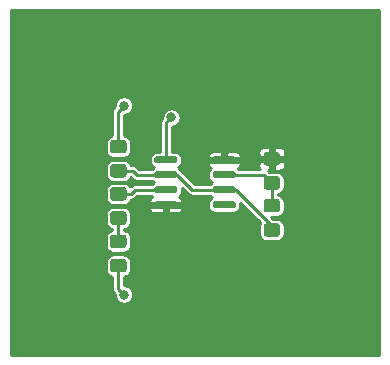
<source format=gbr>
%TF.GenerationSoftware,KiCad,Pcbnew,(5.1.6)-1*%
%TF.CreationDate,2020-09-29T22:59:59+05:30*%
%TF.ProjectId,GettingToBlinky5.0,47657474-696e-4675-946f-426c696e6b79,rev?*%
%TF.SameCoordinates,Original*%
%TF.FileFunction,Copper,L1,Top*%
%TF.FilePolarity,Positive*%
%FSLAX46Y46*%
G04 Gerber Fmt 4.6, Leading zero omitted, Abs format (unit mm)*
G04 Created by KiCad (PCBNEW (5.1.6)-1) date 2020-09-29 22:59:59*
%MOMM*%
%LPD*%
G01*
G04 APERTURE LIST*
%TA.AperFunction,ViaPad*%
%ADD10C,0.800000*%
%TD*%
%TA.AperFunction,Conductor*%
%ADD11C,0.250000*%
%TD*%
G04 APERTURE END LIST*
%TO.P,U1,1*%
%TO.N,GND*%
%TA.AperFunction,SMDPad,CuDef*%
G36*
G01*
X163550000Y-104745000D02*
X163550000Y-104445000D01*
G75*
G02*
X163700000Y-104295000I150000J0D01*
G01*
X165350000Y-104295000D01*
G75*
G02*
X165500000Y-104445000I0J-150000D01*
G01*
X165500000Y-104745000D01*
G75*
G02*
X165350000Y-104895000I-150000J0D01*
G01*
X163700000Y-104895000D01*
G75*
G02*
X163550000Y-104745000I0J150000D01*
G01*
G37*
%TD.AperFunction*%
%TO.P,U1,2*%
%TO.N,Net-(C1-Pad1)*%
%TA.AperFunction,SMDPad,CuDef*%
G36*
G01*
X163550000Y-106015000D02*
X163550000Y-105715000D01*
G75*
G02*
X163700000Y-105565000I150000J0D01*
G01*
X165350000Y-105565000D01*
G75*
G02*
X165500000Y-105715000I0J-150000D01*
G01*
X165500000Y-106015000D01*
G75*
G02*
X165350000Y-106165000I-150000J0D01*
G01*
X163700000Y-106165000D01*
G75*
G02*
X163550000Y-106015000I0J150000D01*
G01*
G37*
%TD.AperFunction*%
%TO.P,U1,3*%
%TO.N,Net-(R3-Pad1)*%
%TA.AperFunction,SMDPad,CuDef*%
G36*
G01*
X163550000Y-107285000D02*
X163550000Y-106985000D01*
G75*
G02*
X163700000Y-106835000I150000J0D01*
G01*
X165350000Y-106835000D01*
G75*
G02*
X165500000Y-106985000I0J-150000D01*
G01*
X165500000Y-107285000D01*
G75*
G02*
X165350000Y-107435000I-150000J0D01*
G01*
X163700000Y-107435000D01*
G75*
G02*
X163550000Y-107285000I0J150000D01*
G01*
G37*
%TD.AperFunction*%
%TO.P,U1,4*%
%TO.N,Net-(BT1-Pad1)*%
%TA.AperFunction,SMDPad,CuDef*%
G36*
G01*
X163550000Y-108555000D02*
X163550000Y-108255000D01*
G75*
G02*
X163700000Y-108105000I150000J0D01*
G01*
X165350000Y-108105000D01*
G75*
G02*
X165500000Y-108255000I0J-150000D01*
G01*
X165500000Y-108555000D01*
G75*
G02*
X165350000Y-108705000I-150000J0D01*
G01*
X163700000Y-108705000D01*
G75*
G02*
X163550000Y-108555000I0J150000D01*
G01*
G37*
%TD.AperFunction*%
%TO.P,U1,5*%
%TO.N,Net-(U1-Pad5)*%
%TA.AperFunction,SMDPad,CuDef*%
G36*
G01*
X168500000Y-108555000D02*
X168500000Y-108255000D01*
G75*
G02*
X168650000Y-108105000I150000J0D01*
G01*
X170300000Y-108105000D01*
G75*
G02*
X170450000Y-108255000I0J-150000D01*
G01*
X170450000Y-108555000D01*
G75*
G02*
X170300000Y-108705000I-150000J0D01*
G01*
X168650000Y-108705000D01*
G75*
G02*
X168500000Y-108555000I0J150000D01*
G01*
G37*
%TD.AperFunction*%
%TO.P,U1,6*%
%TO.N,Net-(C1-Pad1)*%
%TA.AperFunction,SMDPad,CuDef*%
G36*
G01*
X168500000Y-107285000D02*
X168500000Y-106985000D01*
G75*
G02*
X168650000Y-106835000I150000J0D01*
G01*
X170300000Y-106835000D01*
G75*
G02*
X170450000Y-106985000I0J-150000D01*
G01*
X170450000Y-107285000D01*
G75*
G02*
X170300000Y-107435000I-150000J0D01*
G01*
X168650000Y-107435000D01*
G75*
G02*
X168500000Y-107285000I0J150000D01*
G01*
G37*
%TD.AperFunction*%
%TO.P,U1,7*%
%TO.N,Net-(R1-Pad2)*%
%TA.AperFunction,SMDPad,CuDef*%
G36*
G01*
X168500000Y-106015000D02*
X168500000Y-105715000D01*
G75*
G02*
X168650000Y-105565000I150000J0D01*
G01*
X170300000Y-105565000D01*
G75*
G02*
X170450000Y-105715000I0J-150000D01*
G01*
X170450000Y-106015000D01*
G75*
G02*
X170300000Y-106165000I-150000J0D01*
G01*
X168650000Y-106165000D01*
G75*
G02*
X168500000Y-106015000I0J150000D01*
G01*
G37*
%TD.AperFunction*%
%TO.P,U1,8*%
%TO.N,Net-(BT1-Pad1)*%
%TA.AperFunction,SMDPad,CuDef*%
G36*
G01*
X168500000Y-104745000D02*
X168500000Y-104445000D01*
G75*
G02*
X168650000Y-104295000I150000J0D01*
G01*
X170300000Y-104295000D01*
G75*
G02*
X170450000Y-104445000I0J-150000D01*
G01*
X170450000Y-104745000D01*
G75*
G02*
X170300000Y-104895000I-150000J0D01*
G01*
X168650000Y-104895000D01*
G75*
G02*
X168500000Y-104745000I0J150000D01*
G01*
G37*
%TD.AperFunction*%
%TD*%
%TO.P,R3,2*%
%TO.N,Net-(D1-Pad2)*%
%TA.AperFunction,SMDPad,CuDef*%
G36*
G01*
X160049999Y-108950000D02*
X160950001Y-108950000D01*
G75*
G02*
X161200000Y-109199999I0J-249999D01*
G01*
X161200000Y-109850001D01*
G75*
G02*
X160950001Y-110100000I-249999J0D01*
G01*
X160049999Y-110100000D01*
G75*
G02*
X159800000Y-109850001I0J249999D01*
G01*
X159800000Y-109199999D01*
G75*
G02*
X160049999Y-108950000I249999J0D01*
G01*
G37*
%TD.AperFunction*%
%TO.P,R3,1*%
%TO.N,Net-(R3-Pad1)*%
%TA.AperFunction,SMDPad,CuDef*%
G36*
G01*
X160049999Y-106900000D02*
X160950001Y-106900000D01*
G75*
G02*
X161200000Y-107149999I0J-249999D01*
G01*
X161200000Y-107800001D01*
G75*
G02*
X160950001Y-108050000I-249999J0D01*
G01*
X160049999Y-108050000D01*
G75*
G02*
X159800000Y-107800001I0J249999D01*
G01*
X159800000Y-107149999D01*
G75*
G02*
X160049999Y-106900000I249999J0D01*
G01*
G37*
%TD.AperFunction*%
%TD*%
%TO.P,R2,2*%
%TO.N,Net-(C1-Pad1)*%
%TA.AperFunction,SMDPad,CuDef*%
G36*
G01*
X173049999Y-109950000D02*
X173950001Y-109950000D01*
G75*
G02*
X174200000Y-110199999I0J-249999D01*
G01*
X174200000Y-110850001D01*
G75*
G02*
X173950001Y-111100000I-249999J0D01*
G01*
X173049999Y-111100000D01*
G75*
G02*
X172800000Y-110850001I0J249999D01*
G01*
X172800000Y-110199999D01*
G75*
G02*
X173049999Y-109950000I249999J0D01*
G01*
G37*
%TD.AperFunction*%
%TO.P,R2,1*%
%TO.N,Net-(R1-Pad2)*%
%TA.AperFunction,SMDPad,CuDef*%
G36*
G01*
X173049999Y-107900000D02*
X173950001Y-107900000D01*
G75*
G02*
X174200000Y-108149999I0J-249999D01*
G01*
X174200000Y-108800001D01*
G75*
G02*
X173950001Y-109050000I-249999J0D01*
G01*
X173049999Y-109050000D01*
G75*
G02*
X172800000Y-108800001I0J249999D01*
G01*
X172800000Y-108149999D01*
G75*
G02*
X173049999Y-107900000I249999J0D01*
G01*
G37*
%TD.AperFunction*%
%TD*%
%TO.P,R1,2*%
%TO.N,Net-(R1-Pad2)*%
%TA.AperFunction,SMDPad,CuDef*%
G36*
G01*
X173049999Y-105975000D02*
X173950001Y-105975000D01*
G75*
G02*
X174200000Y-106224999I0J-249999D01*
G01*
X174200000Y-106875001D01*
G75*
G02*
X173950001Y-107125000I-249999J0D01*
G01*
X173049999Y-107125000D01*
G75*
G02*
X172800000Y-106875001I0J249999D01*
G01*
X172800000Y-106224999D01*
G75*
G02*
X173049999Y-105975000I249999J0D01*
G01*
G37*
%TD.AperFunction*%
%TO.P,R1,1*%
%TO.N,Net-(BT1-Pad1)*%
%TA.AperFunction,SMDPad,CuDef*%
G36*
G01*
X173049999Y-103925000D02*
X173950001Y-103925000D01*
G75*
G02*
X174200000Y-104174999I0J-249999D01*
G01*
X174200000Y-104825001D01*
G75*
G02*
X173950001Y-105075000I-249999J0D01*
G01*
X173049999Y-105075000D01*
G75*
G02*
X172800000Y-104825001I0J249999D01*
G01*
X172800000Y-104174999D01*
G75*
G02*
X173049999Y-103925000I249999J0D01*
G01*
G37*
%TD.AperFunction*%
%TD*%
%TO.P,D1,2*%
%TO.N,Net-(D1-Pad2)*%
%TA.AperFunction,SMDPad,CuDef*%
G36*
G01*
X160950001Y-112075000D02*
X160049999Y-112075000D01*
G75*
G02*
X159800000Y-111825001I0J249999D01*
G01*
X159800000Y-111174999D01*
G75*
G02*
X160049999Y-110925000I249999J0D01*
G01*
X160950001Y-110925000D01*
G75*
G02*
X161200000Y-111174999I0J-249999D01*
G01*
X161200000Y-111825001D01*
G75*
G02*
X160950001Y-112075000I-249999J0D01*
G01*
G37*
%TD.AperFunction*%
%TO.P,D1,1*%
%TO.N,GND*%
%TA.AperFunction,SMDPad,CuDef*%
G36*
G01*
X160950001Y-114125000D02*
X160049999Y-114125000D01*
G75*
G02*
X159800000Y-113875001I0J249999D01*
G01*
X159800000Y-113224999D01*
G75*
G02*
X160049999Y-112975000I249999J0D01*
G01*
X160950001Y-112975000D01*
G75*
G02*
X161200000Y-113224999I0J-249999D01*
G01*
X161200000Y-113875001D01*
G75*
G02*
X160950001Y-114125000I-249999J0D01*
G01*
G37*
%TD.AperFunction*%
%TD*%
%TO.P,C1,2*%
%TO.N,GND*%
%TA.AperFunction,SMDPad,CuDef*%
G36*
G01*
X160950001Y-104050000D02*
X160049999Y-104050000D01*
G75*
G02*
X159800000Y-103800001I0J249999D01*
G01*
X159800000Y-103149999D01*
G75*
G02*
X160049999Y-102900000I249999J0D01*
G01*
X160950001Y-102900000D01*
G75*
G02*
X161200000Y-103149999I0J-249999D01*
G01*
X161200000Y-103800001D01*
G75*
G02*
X160950001Y-104050000I-249999J0D01*
G01*
G37*
%TD.AperFunction*%
%TO.P,C1,1*%
%TO.N,Net-(C1-Pad1)*%
%TA.AperFunction,SMDPad,CuDef*%
G36*
G01*
X160950001Y-106100000D02*
X160049999Y-106100000D01*
G75*
G02*
X159800000Y-105850001I0J249999D01*
G01*
X159800000Y-105199999D01*
G75*
G02*
X160049999Y-104950000I249999J0D01*
G01*
X160950001Y-104950000D01*
G75*
G02*
X161200000Y-105199999I0J-249999D01*
G01*
X161200000Y-105850001D01*
G75*
G02*
X160950001Y-106100000I-249999J0D01*
G01*
G37*
%TD.AperFunction*%
%TD*%
D10*
%TO.N,Net-(BT1-Pad1)*%
X154300000Y-100500000D03*
X179700000Y-100300000D03*
%TO.N,GND*%
X161000000Y-116000000D03*
X161000000Y-100000000D03*
X165000000Y-101000000D03*
%TD*%
D11*
%TO.N,Net-(BT1-Pad1)*%
X173405000Y-104595000D02*
X173500000Y-104500000D01*
X169475000Y-104595000D02*
X173405000Y-104595000D01*
%TO.N,GND*%
X160500000Y-113550000D02*
X160500000Y-115500000D01*
X160500000Y-115500000D02*
X161000000Y-116000000D01*
X160500000Y-103475000D02*
X160500000Y-100500000D01*
X160500000Y-100500000D02*
X161000000Y-100000000D01*
X164525000Y-104595000D02*
X164525000Y-101475000D01*
X164525000Y-101475000D02*
X165000000Y-101000000D01*
%TO.N,Net-(C1-Pad1)*%
X160500000Y-105525000D02*
X161725000Y-105525000D01*
X162065000Y-105865000D02*
X164525000Y-105865000D01*
X161725000Y-105525000D02*
X162065000Y-105865000D01*
X173500000Y-110185000D02*
X173500000Y-110525000D01*
X170450000Y-107135000D02*
X173500000Y-110185000D01*
X169475000Y-107135000D02*
X170450000Y-107135000D01*
X166770000Y-107135000D02*
X169475000Y-107135000D01*
X165500000Y-105865000D02*
X166770000Y-107135000D01*
X164525000Y-105865000D02*
X165500000Y-105865000D01*
%TO.N,Net-(D1-Pad2)*%
X160500000Y-109525000D02*
X160500000Y-111500000D01*
%TO.N,Net-(R1-Pad2)*%
X172815000Y-105865000D02*
X173500000Y-106550000D01*
X169475000Y-105865000D02*
X172815000Y-105865000D01*
X173500000Y-106550000D02*
X173500000Y-108475000D01*
%TO.N,Net-(R3-Pad1)*%
X160500000Y-107475000D02*
X161575000Y-107475000D01*
X161915000Y-107135000D02*
X164525000Y-107135000D01*
X161575000Y-107475000D02*
X161915000Y-107135000D01*
%TD*%
%TO.N,Net-(BT1-Pad1)*%
G36*
X182600000Y-121100000D02*
G01*
X151400000Y-121100000D01*
X151400000Y-113224999D01*
X159423186Y-113224999D01*
X159423186Y-113875001D01*
X159435230Y-113997286D01*
X159470899Y-114114872D01*
X159528823Y-114223240D01*
X159606775Y-114318225D01*
X159701760Y-114396177D01*
X159810128Y-114454101D01*
X159927714Y-114489770D01*
X160000000Y-114496890D01*
X160000001Y-115475430D01*
X159997581Y-115500000D01*
X160007235Y-115598017D01*
X160035826Y-115692267D01*
X160082255Y-115779129D01*
X160144737Y-115855264D01*
X160163819Y-115870924D01*
X160225000Y-115932105D01*
X160225000Y-116076331D01*
X160254783Y-116226059D01*
X160313204Y-116367100D01*
X160398018Y-116494034D01*
X160505966Y-116601982D01*
X160632900Y-116686796D01*
X160773941Y-116745217D01*
X160923669Y-116775000D01*
X161076331Y-116775000D01*
X161226059Y-116745217D01*
X161367100Y-116686796D01*
X161494034Y-116601982D01*
X161601982Y-116494034D01*
X161686796Y-116367100D01*
X161745217Y-116226059D01*
X161775000Y-116076331D01*
X161775000Y-115923669D01*
X161745217Y-115773941D01*
X161686796Y-115632900D01*
X161601982Y-115505966D01*
X161494034Y-115398018D01*
X161367100Y-115313204D01*
X161226059Y-115254783D01*
X161076331Y-115225000D01*
X161000000Y-115225000D01*
X161000000Y-114496890D01*
X161072286Y-114489770D01*
X161189872Y-114454101D01*
X161298240Y-114396177D01*
X161393225Y-114318225D01*
X161471177Y-114223240D01*
X161529101Y-114114872D01*
X161564770Y-113997286D01*
X161576814Y-113875001D01*
X161576814Y-113224999D01*
X161564770Y-113102714D01*
X161529101Y-112985128D01*
X161471177Y-112876760D01*
X161393225Y-112781775D01*
X161298240Y-112703823D01*
X161189872Y-112645899D01*
X161072286Y-112610230D01*
X160950001Y-112598186D01*
X160049999Y-112598186D01*
X159927714Y-112610230D01*
X159810128Y-112645899D01*
X159701760Y-112703823D01*
X159606775Y-112781775D01*
X159528823Y-112876760D01*
X159470899Y-112985128D01*
X159435230Y-113102714D01*
X159423186Y-113224999D01*
X151400000Y-113224999D01*
X151400000Y-109199999D01*
X159423186Y-109199999D01*
X159423186Y-109850001D01*
X159435230Y-109972286D01*
X159470899Y-110089872D01*
X159528823Y-110198240D01*
X159606775Y-110293225D01*
X159701760Y-110371177D01*
X159810128Y-110429101D01*
X159927714Y-110464770D01*
X160000000Y-110471890D01*
X160000001Y-110553110D01*
X159927714Y-110560230D01*
X159810128Y-110595899D01*
X159701760Y-110653823D01*
X159606775Y-110731775D01*
X159528823Y-110826760D01*
X159470899Y-110935128D01*
X159435230Y-111052714D01*
X159423186Y-111174999D01*
X159423186Y-111825001D01*
X159435230Y-111947286D01*
X159470899Y-112064872D01*
X159528823Y-112173240D01*
X159606775Y-112268225D01*
X159701760Y-112346177D01*
X159810128Y-112404101D01*
X159927714Y-112439770D01*
X160049999Y-112451814D01*
X160950001Y-112451814D01*
X161072286Y-112439770D01*
X161189872Y-112404101D01*
X161298240Y-112346177D01*
X161393225Y-112268225D01*
X161471177Y-112173240D01*
X161529101Y-112064872D01*
X161564770Y-111947286D01*
X161576814Y-111825001D01*
X161576814Y-111174999D01*
X161564770Y-111052714D01*
X161529101Y-110935128D01*
X161471177Y-110826760D01*
X161393225Y-110731775D01*
X161298240Y-110653823D01*
X161189872Y-110595899D01*
X161072286Y-110560230D01*
X161000000Y-110553110D01*
X161000000Y-110471890D01*
X161072286Y-110464770D01*
X161189872Y-110429101D01*
X161298240Y-110371177D01*
X161393225Y-110293225D01*
X161471177Y-110198240D01*
X161529101Y-110089872D01*
X161564770Y-109972286D01*
X161576814Y-109850001D01*
X161576814Y-109199999D01*
X161564770Y-109077714D01*
X161529101Y-108960128D01*
X161471177Y-108851760D01*
X161393225Y-108756775D01*
X161330137Y-108705000D01*
X163122944Y-108705000D01*
X163131150Y-108788314D01*
X163155452Y-108868427D01*
X163194916Y-108942260D01*
X163248026Y-109006974D01*
X163312740Y-109060084D01*
X163386573Y-109099548D01*
X163466686Y-109123850D01*
X163550000Y-109132056D01*
X164243750Y-109130000D01*
X164350000Y-109023750D01*
X164350000Y-108580000D01*
X164700000Y-108580000D01*
X164700000Y-109023750D01*
X164806250Y-109130000D01*
X165500000Y-109132056D01*
X165583314Y-109123850D01*
X165663427Y-109099548D01*
X165737260Y-109060084D01*
X165801974Y-109006974D01*
X165855084Y-108942260D01*
X165894548Y-108868427D01*
X165918850Y-108788314D01*
X165927056Y-108705000D01*
X165925000Y-108686250D01*
X165818750Y-108580000D01*
X164700000Y-108580000D01*
X164350000Y-108580000D01*
X163231250Y-108580000D01*
X163125000Y-108686250D01*
X163122944Y-108705000D01*
X161330137Y-108705000D01*
X161298240Y-108678823D01*
X161189872Y-108620899D01*
X161072286Y-108585230D01*
X160950001Y-108573186D01*
X160049999Y-108573186D01*
X159927714Y-108585230D01*
X159810128Y-108620899D01*
X159701760Y-108678823D01*
X159606775Y-108756775D01*
X159528823Y-108851760D01*
X159470899Y-108960128D01*
X159435230Y-109077714D01*
X159423186Y-109199999D01*
X151400000Y-109199999D01*
X151400000Y-105199999D01*
X159423186Y-105199999D01*
X159423186Y-105850001D01*
X159435230Y-105972286D01*
X159470899Y-106089872D01*
X159528823Y-106198240D01*
X159606775Y-106293225D01*
X159701760Y-106371177D01*
X159810128Y-106429101D01*
X159927714Y-106464770D01*
X160049999Y-106476814D01*
X160950001Y-106476814D01*
X161072286Y-106464770D01*
X161189872Y-106429101D01*
X161298240Y-106371177D01*
X161393225Y-106293225D01*
X161471177Y-106198240D01*
X161529101Y-106089872D01*
X161541591Y-106048697D01*
X161694079Y-106201186D01*
X161709736Y-106220264D01*
X161785871Y-106282746D01*
X161872733Y-106329175D01*
X161966871Y-106357731D01*
X161966983Y-106357765D01*
X162065000Y-106367419D01*
X162089560Y-106365000D01*
X163309009Y-106365000D01*
X163327486Y-106387514D01*
X163407318Y-106453030D01*
X163495192Y-106500000D01*
X163407318Y-106546970D01*
X163327486Y-106612486D01*
X163309009Y-106635000D01*
X161939560Y-106635000D01*
X161915000Y-106632581D01*
X161890440Y-106635000D01*
X161816983Y-106642235D01*
X161722733Y-106670825D01*
X161635871Y-106717254D01*
X161559736Y-106779736D01*
X161544081Y-106798812D01*
X161495545Y-106847349D01*
X161471177Y-106801760D01*
X161393225Y-106706775D01*
X161298240Y-106628823D01*
X161189872Y-106570899D01*
X161072286Y-106535230D01*
X160950001Y-106523186D01*
X160049999Y-106523186D01*
X159927714Y-106535230D01*
X159810128Y-106570899D01*
X159701760Y-106628823D01*
X159606775Y-106706775D01*
X159528823Y-106801760D01*
X159470899Y-106910128D01*
X159435230Y-107027714D01*
X159423186Y-107149999D01*
X159423186Y-107800001D01*
X159435230Y-107922286D01*
X159470899Y-108039872D01*
X159528823Y-108148240D01*
X159606775Y-108243225D01*
X159701760Y-108321177D01*
X159810128Y-108379101D01*
X159927714Y-108414770D01*
X160049999Y-108426814D01*
X160950001Y-108426814D01*
X161072286Y-108414770D01*
X161189872Y-108379101D01*
X161298240Y-108321177D01*
X161393225Y-108243225D01*
X161471177Y-108148240D01*
X161529101Y-108039872D01*
X161548780Y-107975000D01*
X161550440Y-107975000D01*
X161575000Y-107977419D01*
X161599560Y-107975000D01*
X161673017Y-107967765D01*
X161767267Y-107939175D01*
X161854129Y-107892746D01*
X161930264Y-107830264D01*
X161945928Y-107811177D01*
X162122106Y-107635000D01*
X163309009Y-107635000D01*
X163327486Y-107657514D01*
X163390529Y-107709252D01*
X163386573Y-107710452D01*
X163312740Y-107749916D01*
X163248026Y-107803026D01*
X163194916Y-107867740D01*
X163155452Y-107941573D01*
X163131150Y-108021686D01*
X163122944Y-108105000D01*
X163125000Y-108123750D01*
X163231250Y-108230000D01*
X164350000Y-108230000D01*
X164350000Y-108210000D01*
X164700000Y-108210000D01*
X164700000Y-108230000D01*
X165818750Y-108230000D01*
X165925000Y-108123750D01*
X165927056Y-108105000D01*
X165918850Y-108021686D01*
X165894548Y-107941573D01*
X165855084Y-107867740D01*
X165801974Y-107803026D01*
X165737260Y-107749916D01*
X165663427Y-107710452D01*
X165659471Y-107709252D01*
X165722514Y-107657514D01*
X165788030Y-107577682D01*
X165836713Y-107486603D01*
X165866691Y-107387776D01*
X165876814Y-107285000D01*
X165876814Y-106985000D01*
X165872872Y-106944978D01*
X166399079Y-107471186D01*
X166414736Y-107490264D01*
X166490871Y-107552746D01*
X166577733Y-107599175D01*
X166671983Y-107627765D01*
X166745440Y-107635000D01*
X166745441Y-107635000D01*
X166769999Y-107637419D01*
X166794557Y-107635000D01*
X168259009Y-107635000D01*
X168277486Y-107657514D01*
X168357318Y-107723030D01*
X168445192Y-107770000D01*
X168357318Y-107816970D01*
X168277486Y-107882486D01*
X168211970Y-107962318D01*
X168163287Y-108053397D01*
X168133309Y-108152224D01*
X168123186Y-108255000D01*
X168123186Y-108555000D01*
X168133309Y-108657776D01*
X168163287Y-108756603D01*
X168211970Y-108847682D01*
X168277486Y-108927514D01*
X168357318Y-108993030D01*
X168448397Y-109041713D01*
X168547224Y-109071691D01*
X168650000Y-109081814D01*
X170300000Y-109081814D01*
X170402776Y-109071691D01*
X170501603Y-109041713D01*
X170592682Y-108993030D01*
X170672514Y-108927514D01*
X170738030Y-108847682D01*
X170786713Y-108756603D01*
X170816691Y-108657776D01*
X170826814Y-108555000D01*
X170826814Y-108255000D01*
X170822872Y-108214977D01*
X172504729Y-109896836D01*
X172470899Y-109960128D01*
X172435230Y-110077714D01*
X172423186Y-110199999D01*
X172423186Y-110850001D01*
X172435230Y-110972286D01*
X172470899Y-111089872D01*
X172528823Y-111198240D01*
X172606775Y-111293225D01*
X172701760Y-111371177D01*
X172810128Y-111429101D01*
X172927714Y-111464770D01*
X173049999Y-111476814D01*
X173950001Y-111476814D01*
X174072286Y-111464770D01*
X174189872Y-111429101D01*
X174298240Y-111371177D01*
X174393225Y-111293225D01*
X174471177Y-111198240D01*
X174529101Y-111089872D01*
X174564770Y-110972286D01*
X174576814Y-110850001D01*
X174576814Y-110199999D01*
X174564770Y-110077714D01*
X174529101Y-109960128D01*
X174471177Y-109851760D01*
X174393225Y-109756775D01*
X174298240Y-109678823D01*
X174189872Y-109620899D01*
X174072286Y-109585230D01*
X173950001Y-109573186D01*
X173595293Y-109573186D01*
X173448921Y-109426814D01*
X173950001Y-109426814D01*
X174072286Y-109414770D01*
X174189872Y-109379101D01*
X174298240Y-109321177D01*
X174393225Y-109243225D01*
X174471177Y-109148240D01*
X174529101Y-109039872D01*
X174564770Y-108922286D01*
X174576814Y-108800001D01*
X174576814Y-108149999D01*
X174564770Y-108027714D01*
X174529101Y-107910128D01*
X174471177Y-107801760D01*
X174393225Y-107706775D01*
X174298240Y-107628823D01*
X174189872Y-107570899D01*
X174072286Y-107535230D01*
X174000000Y-107528110D01*
X174000000Y-107496890D01*
X174072286Y-107489770D01*
X174189872Y-107454101D01*
X174298240Y-107396177D01*
X174393225Y-107318225D01*
X174471177Y-107223240D01*
X174529101Y-107114872D01*
X174564770Y-106997286D01*
X174576814Y-106875001D01*
X174576814Y-106224999D01*
X174564770Y-106102714D01*
X174529101Y-105985128D01*
X174471177Y-105876760D01*
X174393225Y-105781775D01*
X174298240Y-105703823D01*
X174189872Y-105645899D01*
X174072286Y-105610230D01*
X173950001Y-105598186D01*
X173255291Y-105598186D01*
X173185929Y-105528824D01*
X173170264Y-105509736D01*
X173158759Y-105500295D01*
X173218750Y-105500000D01*
X173325000Y-105393750D01*
X173325000Y-104675000D01*
X173675000Y-104675000D01*
X173675000Y-105393750D01*
X173781250Y-105500000D01*
X174200000Y-105502056D01*
X174283314Y-105493850D01*
X174363427Y-105469548D01*
X174437260Y-105430084D01*
X174501974Y-105376974D01*
X174555084Y-105312260D01*
X174594548Y-105238427D01*
X174618850Y-105158314D01*
X174627056Y-105075000D01*
X174625000Y-104781250D01*
X174518750Y-104675000D01*
X173675000Y-104675000D01*
X173325000Y-104675000D01*
X172481250Y-104675000D01*
X172375000Y-104781250D01*
X172372944Y-105075000D01*
X172381150Y-105158314D01*
X172405452Y-105238427D01*
X172444916Y-105312260D01*
X172488199Y-105365000D01*
X170690991Y-105365000D01*
X170672514Y-105342486D01*
X170609471Y-105290748D01*
X170613427Y-105289548D01*
X170687260Y-105250084D01*
X170751974Y-105196974D01*
X170805084Y-105132260D01*
X170844548Y-105058427D01*
X170868850Y-104978314D01*
X170877056Y-104895000D01*
X170875000Y-104876250D01*
X170768750Y-104770000D01*
X169650000Y-104770000D01*
X169650000Y-104790000D01*
X169300000Y-104790000D01*
X169300000Y-104770000D01*
X168181250Y-104770000D01*
X168075000Y-104876250D01*
X168072944Y-104895000D01*
X168081150Y-104978314D01*
X168105452Y-105058427D01*
X168144916Y-105132260D01*
X168198026Y-105196974D01*
X168262740Y-105250084D01*
X168336573Y-105289548D01*
X168340529Y-105290748D01*
X168277486Y-105342486D01*
X168211970Y-105422318D01*
X168163287Y-105513397D01*
X168133309Y-105612224D01*
X168123186Y-105715000D01*
X168123186Y-106015000D01*
X168133309Y-106117776D01*
X168163287Y-106216603D01*
X168211970Y-106307682D01*
X168277486Y-106387514D01*
X168357318Y-106453030D01*
X168445192Y-106500000D01*
X168357318Y-106546970D01*
X168277486Y-106612486D01*
X168259009Y-106635000D01*
X166977107Y-106635000D01*
X165870929Y-105528824D01*
X165855264Y-105509736D01*
X165818730Y-105479754D01*
X165788030Y-105422318D01*
X165722514Y-105342486D01*
X165642682Y-105276970D01*
X165554808Y-105230000D01*
X165642682Y-105183030D01*
X165722514Y-105117514D01*
X165788030Y-105037682D01*
X165836713Y-104946603D01*
X165866691Y-104847776D01*
X165876814Y-104745000D01*
X165876814Y-104445000D01*
X165866691Y-104342224D01*
X165852367Y-104295000D01*
X168072944Y-104295000D01*
X168075000Y-104313750D01*
X168181250Y-104420000D01*
X169300000Y-104420000D01*
X169300000Y-103976250D01*
X169650000Y-103976250D01*
X169650000Y-104420000D01*
X170768750Y-104420000D01*
X170875000Y-104313750D01*
X170877056Y-104295000D01*
X170868850Y-104211686D01*
X170844548Y-104131573D01*
X170805084Y-104057740D01*
X170751974Y-103993026D01*
X170687260Y-103939916D01*
X170659354Y-103925000D01*
X172372944Y-103925000D01*
X172375000Y-104218750D01*
X172481250Y-104325000D01*
X173325000Y-104325000D01*
X173325000Y-103606250D01*
X173675000Y-103606250D01*
X173675000Y-104325000D01*
X174518750Y-104325000D01*
X174625000Y-104218750D01*
X174627056Y-103925000D01*
X174618850Y-103841686D01*
X174594548Y-103761573D01*
X174555084Y-103687740D01*
X174501974Y-103623026D01*
X174437260Y-103569916D01*
X174363427Y-103530452D01*
X174283314Y-103506150D01*
X174200000Y-103497944D01*
X173781250Y-103500000D01*
X173675000Y-103606250D01*
X173325000Y-103606250D01*
X173218750Y-103500000D01*
X172800000Y-103497944D01*
X172716686Y-103506150D01*
X172636573Y-103530452D01*
X172562740Y-103569916D01*
X172498026Y-103623026D01*
X172444916Y-103687740D01*
X172405452Y-103761573D01*
X172381150Y-103841686D01*
X172372944Y-103925000D01*
X170659354Y-103925000D01*
X170613427Y-103900452D01*
X170533314Y-103876150D01*
X170450000Y-103867944D01*
X169756250Y-103870000D01*
X169650000Y-103976250D01*
X169300000Y-103976250D01*
X169193750Y-103870000D01*
X168500000Y-103867944D01*
X168416686Y-103876150D01*
X168336573Y-103900452D01*
X168262740Y-103939916D01*
X168198026Y-103993026D01*
X168144916Y-104057740D01*
X168105452Y-104131573D01*
X168081150Y-104211686D01*
X168072944Y-104295000D01*
X165852367Y-104295000D01*
X165836713Y-104243397D01*
X165788030Y-104152318D01*
X165722514Y-104072486D01*
X165642682Y-104006970D01*
X165551603Y-103958287D01*
X165452776Y-103928309D01*
X165350000Y-103918186D01*
X165025000Y-103918186D01*
X165025000Y-101775000D01*
X165076331Y-101775000D01*
X165226059Y-101745217D01*
X165367100Y-101686796D01*
X165494034Y-101601982D01*
X165601982Y-101494034D01*
X165686796Y-101367100D01*
X165745217Y-101226059D01*
X165775000Y-101076331D01*
X165775000Y-100923669D01*
X165745217Y-100773941D01*
X165686796Y-100632900D01*
X165601982Y-100505966D01*
X165494034Y-100398018D01*
X165367100Y-100313204D01*
X165226059Y-100254783D01*
X165076331Y-100225000D01*
X164923669Y-100225000D01*
X164773941Y-100254783D01*
X164632900Y-100313204D01*
X164505966Y-100398018D01*
X164398018Y-100505966D01*
X164313204Y-100632900D01*
X164254783Y-100773941D01*
X164225000Y-100923669D01*
X164225000Y-101067895D01*
X164188819Y-101104076D01*
X164169737Y-101119736D01*
X164107255Y-101195871D01*
X164091119Y-101226059D01*
X164060826Y-101282733D01*
X164032235Y-101376983D01*
X164022581Y-101475000D01*
X164025001Y-101499570D01*
X164025000Y-103918186D01*
X163700000Y-103918186D01*
X163597224Y-103928309D01*
X163498397Y-103958287D01*
X163407318Y-104006970D01*
X163327486Y-104072486D01*
X163261970Y-104152318D01*
X163213287Y-104243397D01*
X163183309Y-104342224D01*
X163173186Y-104445000D01*
X163173186Y-104745000D01*
X163183309Y-104847776D01*
X163213287Y-104946603D01*
X163261970Y-105037682D01*
X163327486Y-105117514D01*
X163407318Y-105183030D01*
X163495192Y-105230000D01*
X163407318Y-105276970D01*
X163327486Y-105342486D01*
X163309009Y-105365000D01*
X162272106Y-105365000D01*
X162095928Y-105188823D01*
X162080264Y-105169736D01*
X162004129Y-105107254D01*
X161917267Y-105060825D01*
X161823017Y-105032235D01*
X161749560Y-105025000D01*
X161725000Y-105022581D01*
X161700440Y-105025000D01*
X161548780Y-105025000D01*
X161529101Y-104960128D01*
X161471177Y-104851760D01*
X161393225Y-104756775D01*
X161298240Y-104678823D01*
X161189872Y-104620899D01*
X161072286Y-104585230D01*
X160950001Y-104573186D01*
X160049999Y-104573186D01*
X159927714Y-104585230D01*
X159810128Y-104620899D01*
X159701760Y-104678823D01*
X159606775Y-104756775D01*
X159528823Y-104851760D01*
X159470899Y-104960128D01*
X159435230Y-105077714D01*
X159423186Y-105199999D01*
X151400000Y-105199999D01*
X151400000Y-103149999D01*
X159423186Y-103149999D01*
X159423186Y-103800001D01*
X159435230Y-103922286D01*
X159470899Y-104039872D01*
X159528823Y-104148240D01*
X159606775Y-104243225D01*
X159701760Y-104321177D01*
X159810128Y-104379101D01*
X159927714Y-104414770D01*
X160049999Y-104426814D01*
X160950001Y-104426814D01*
X161072286Y-104414770D01*
X161189872Y-104379101D01*
X161298240Y-104321177D01*
X161393225Y-104243225D01*
X161471177Y-104148240D01*
X161529101Y-104039872D01*
X161564770Y-103922286D01*
X161576814Y-103800001D01*
X161576814Y-103149999D01*
X161564770Y-103027714D01*
X161529101Y-102910128D01*
X161471177Y-102801760D01*
X161393225Y-102706775D01*
X161298240Y-102628823D01*
X161189872Y-102570899D01*
X161072286Y-102535230D01*
X161000000Y-102528110D01*
X161000000Y-100775000D01*
X161076331Y-100775000D01*
X161226059Y-100745217D01*
X161367100Y-100686796D01*
X161494034Y-100601982D01*
X161601982Y-100494034D01*
X161686796Y-100367100D01*
X161745217Y-100226059D01*
X161775000Y-100076331D01*
X161775000Y-99923669D01*
X161745217Y-99773941D01*
X161686796Y-99632900D01*
X161601982Y-99505966D01*
X161494034Y-99398018D01*
X161367100Y-99313204D01*
X161226059Y-99254783D01*
X161076331Y-99225000D01*
X160923669Y-99225000D01*
X160773941Y-99254783D01*
X160632900Y-99313204D01*
X160505966Y-99398018D01*
X160398018Y-99505966D01*
X160313204Y-99632900D01*
X160254783Y-99773941D01*
X160225000Y-99923669D01*
X160225000Y-100067895D01*
X160163819Y-100129076D01*
X160144737Y-100144736D01*
X160082255Y-100220871D01*
X160080048Y-100225000D01*
X160035826Y-100307733D01*
X160007235Y-100401983D01*
X159997581Y-100500000D01*
X160000001Y-100524570D01*
X160000000Y-102528110D01*
X159927714Y-102535230D01*
X159810128Y-102570899D01*
X159701760Y-102628823D01*
X159606775Y-102706775D01*
X159528823Y-102801760D01*
X159470899Y-102910128D01*
X159435230Y-103027714D01*
X159423186Y-103149999D01*
X151400000Y-103149999D01*
X151400000Y-91900000D01*
X182600001Y-91900000D01*
X182600000Y-121100000D01*
G37*
X182600000Y-121100000D02*
X151400000Y-121100000D01*
X151400000Y-113224999D01*
X159423186Y-113224999D01*
X159423186Y-113875001D01*
X159435230Y-113997286D01*
X159470899Y-114114872D01*
X159528823Y-114223240D01*
X159606775Y-114318225D01*
X159701760Y-114396177D01*
X159810128Y-114454101D01*
X159927714Y-114489770D01*
X160000000Y-114496890D01*
X160000001Y-115475430D01*
X159997581Y-115500000D01*
X160007235Y-115598017D01*
X160035826Y-115692267D01*
X160082255Y-115779129D01*
X160144737Y-115855264D01*
X160163819Y-115870924D01*
X160225000Y-115932105D01*
X160225000Y-116076331D01*
X160254783Y-116226059D01*
X160313204Y-116367100D01*
X160398018Y-116494034D01*
X160505966Y-116601982D01*
X160632900Y-116686796D01*
X160773941Y-116745217D01*
X160923669Y-116775000D01*
X161076331Y-116775000D01*
X161226059Y-116745217D01*
X161367100Y-116686796D01*
X161494034Y-116601982D01*
X161601982Y-116494034D01*
X161686796Y-116367100D01*
X161745217Y-116226059D01*
X161775000Y-116076331D01*
X161775000Y-115923669D01*
X161745217Y-115773941D01*
X161686796Y-115632900D01*
X161601982Y-115505966D01*
X161494034Y-115398018D01*
X161367100Y-115313204D01*
X161226059Y-115254783D01*
X161076331Y-115225000D01*
X161000000Y-115225000D01*
X161000000Y-114496890D01*
X161072286Y-114489770D01*
X161189872Y-114454101D01*
X161298240Y-114396177D01*
X161393225Y-114318225D01*
X161471177Y-114223240D01*
X161529101Y-114114872D01*
X161564770Y-113997286D01*
X161576814Y-113875001D01*
X161576814Y-113224999D01*
X161564770Y-113102714D01*
X161529101Y-112985128D01*
X161471177Y-112876760D01*
X161393225Y-112781775D01*
X161298240Y-112703823D01*
X161189872Y-112645899D01*
X161072286Y-112610230D01*
X160950001Y-112598186D01*
X160049999Y-112598186D01*
X159927714Y-112610230D01*
X159810128Y-112645899D01*
X159701760Y-112703823D01*
X159606775Y-112781775D01*
X159528823Y-112876760D01*
X159470899Y-112985128D01*
X159435230Y-113102714D01*
X159423186Y-113224999D01*
X151400000Y-113224999D01*
X151400000Y-109199999D01*
X159423186Y-109199999D01*
X159423186Y-109850001D01*
X159435230Y-109972286D01*
X159470899Y-110089872D01*
X159528823Y-110198240D01*
X159606775Y-110293225D01*
X159701760Y-110371177D01*
X159810128Y-110429101D01*
X159927714Y-110464770D01*
X160000000Y-110471890D01*
X160000001Y-110553110D01*
X159927714Y-110560230D01*
X159810128Y-110595899D01*
X159701760Y-110653823D01*
X159606775Y-110731775D01*
X159528823Y-110826760D01*
X159470899Y-110935128D01*
X159435230Y-111052714D01*
X159423186Y-111174999D01*
X159423186Y-111825001D01*
X159435230Y-111947286D01*
X159470899Y-112064872D01*
X159528823Y-112173240D01*
X159606775Y-112268225D01*
X159701760Y-112346177D01*
X159810128Y-112404101D01*
X159927714Y-112439770D01*
X160049999Y-112451814D01*
X160950001Y-112451814D01*
X161072286Y-112439770D01*
X161189872Y-112404101D01*
X161298240Y-112346177D01*
X161393225Y-112268225D01*
X161471177Y-112173240D01*
X161529101Y-112064872D01*
X161564770Y-111947286D01*
X161576814Y-111825001D01*
X161576814Y-111174999D01*
X161564770Y-111052714D01*
X161529101Y-110935128D01*
X161471177Y-110826760D01*
X161393225Y-110731775D01*
X161298240Y-110653823D01*
X161189872Y-110595899D01*
X161072286Y-110560230D01*
X161000000Y-110553110D01*
X161000000Y-110471890D01*
X161072286Y-110464770D01*
X161189872Y-110429101D01*
X161298240Y-110371177D01*
X161393225Y-110293225D01*
X161471177Y-110198240D01*
X161529101Y-110089872D01*
X161564770Y-109972286D01*
X161576814Y-109850001D01*
X161576814Y-109199999D01*
X161564770Y-109077714D01*
X161529101Y-108960128D01*
X161471177Y-108851760D01*
X161393225Y-108756775D01*
X161330137Y-108705000D01*
X163122944Y-108705000D01*
X163131150Y-108788314D01*
X163155452Y-108868427D01*
X163194916Y-108942260D01*
X163248026Y-109006974D01*
X163312740Y-109060084D01*
X163386573Y-109099548D01*
X163466686Y-109123850D01*
X163550000Y-109132056D01*
X164243750Y-109130000D01*
X164350000Y-109023750D01*
X164350000Y-108580000D01*
X164700000Y-108580000D01*
X164700000Y-109023750D01*
X164806250Y-109130000D01*
X165500000Y-109132056D01*
X165583314Y-109123850D01*
X165663427Y-109099548D01*
X165737260Y-109060084D01*
X165801974Y-109006974D01*
X165855084Y-108942260D01*
X165894548Y-108868427D01*
X165918850Y-108788314D01*
X165927056Y-108705000D01*
X165925000Y-108686250D01*
X165818750Y-108580000D01*
X164700000Y-108580000D01*
X164350000Y-108580000D01*
X163231250Y-108580000D01*
X163125000Y-108686250D01*
X163122944Y-108705000D01*
X161330137Y-108705000D01*
X161298240Y-108678823D01*
X161189872Y-108620899D01*
X161072286Y-108585230D01*
X160950001Y-108573186D01*
X160049999Y-108573186D01*
X159927714Y-108585230D01*
X159810128Y-108620899D01*
X159701760Y-108678823D01*
X159606775Y-108756775D01*
X159528823Y-108851760D01*
X159470899Y-108960128D01*
X159435230Y-109077714D01*
X159423186Y-109199999D01*
X151400000Y-109199999D01*
X151400000Y-105199999D01*
X159423186Y-105199999D01*
X159423186Y-105850001D01*
X159435230Y-105972286D01*
X159470899Y-106089872D01*
X159528823Y-106198240D01*
X159606775Y-106293225D01*
X159701760Y-106371177D01*
X159810128Y-106429101D01*
X159927714Y-106464770D01*
X160049999Y-106476814D01*
X160950001Y-106476814D01*
X161072286Y-106464770D01*
X161189872Y-106429101D01*
X161298240Y-106371177D01*
X161393225Y-106293225D01*
X161471177Y-106198240D01*
X161529101Y-106089872D01*
X161541591Y-106048697D01*
X161694079Y-106201186D01*
X161709736Y-106220264D01*
X161785871Y-106282746D01*
X161872733Y-106329175D01*
X161966871Y-106357731D01*
X161966983Y-106357765D01*
X162065000Y-106367419D01*
X162089560Y-106365000D01*
X163309009Y-106365000D01*
X163327486Y-106387514D01*
X163407318Y-106453030D01*
X163495192Y-106500000D01*
X163407318Y-106546970D01*
X163327486Y-106612486D01*
X163309009Y-106635000D01*
X161939560Y-106635000D01*
X161915000Y-106632581D01*
X161890440Y-106635000D01*
X161816983Y-106642235D01*
X161722733Y-106670825D01*
X161635871Y-106717254D01*
X161559736Y-106779736D01*
X161544081Y-106798812D01*
X161495545Y-106847349D01*
X161471177Y-106801760D01*
X161393225Y-106706775D01*
X161298240Y-106628823D01*
X161189872Y-106570899D01*
X161072286Y-106535230D01*
X160950001Y-106523186D01*
X160049999Y-106523186D01*
X159927714Y-106535230D01*
X159810128Y-106570899D01*
X159701760Y-106628823D01*
X159606775Y-106706775D01*
X159528823Y-106801760D01*
X159470899Y-106910128D01*
X159435230Y-107027714D01*
X159423186Y-107149999D01*
X159423186Y-107800001D01*
X159435230Y-107922286D01*
X159470899Y-108039872D01*
X159528823Y-108148240D01*
X159606775Y-108243225D01*
X159701760Y-108321177D01*
X159810128Y-108379101D01*
X159927714Y-108414770D01*
X160049999Y-108426814D01*
X160950001Y-108426814D01*
X161072286Y-108414770D01*
X161189872Y-108379101D01*
X161298240Y-108321177D01*
X161393225Y-108243225D01*
X161471177Y-108148240D01*
X161529101Y-108039872D01*
X161548780Y-107975000D01*
X161550440Y-107975000D01*
X161575000Y-107977419D01*
X161599560Y-107975000D01*
X161673017Y-107967765D01*
X161767267Y-107939175D01*
X161854129Y-107892746D01*
X161930264Y-107830264D01*
X161945928Y-107811177D01*
X162122106Y-107635000D01*
X163309009Y-107635000D01*
X163327486Y-107657514D01*
X163390529Y-107709252D01*
X163386573Y-107710452D01*
X163312740Y-107749916D01*
X163248026Y-107803026D01*
X163194916Y-107867740D01*
X163155452Y-107941573D01*
X163131150Y-108021686D01*
X163122944Y-108105000D01*
X163125000Y-108123750D01*
X163231250Y-108230000D01*
X164350000Y-108230000D01*
X164350000Y-108210000D01*
X164700000Y-108210000D01*
X164700000Y-108230000D01*
X165818750Y-108230000D01*
X165925000Y-108123750D01*
X165927056Y-108105000D01*
X165918850Y-108021686D01*
X165894548Y-107941573D01*
X165855084Y-107867740D01*
X165801974Y-107803026D01*
X165737260Y-107749916D01*
X165663427Y-107710452D01*
X165659471Y-107709252D01*
X165722514Y-107657514D01*
X165788030Y-107577682D01*
X165836713Y-107486603D01*
X165866691Y-107387776D01*
X165876814Y-107285000D01*
X165876814Y-106985000D01*
X165872872Y-106944978D01*
X166399079Y-107471186D01*
X166414736Y-107490264D01*
X166490871Y-107552746D01*
X166577733Y-107599175D01*
X166671983Y-107627765D01*
X166745440Y-107635000D01*
X166745441Y-107635000D01*
X166769999Y-107637419D01*
X166794557Y-107635000D01*
X168259009Y-107635000D01*
X168277486Y-107657514D01*
X168357318Y-107723030D01*
X168445192Y-107770000D01*
X168357318Y-107816970D01*
X168277486Y-107882486D01*
X168211970Y-107962318D01*
X168163287Y-108053397D01*
X168133309Y-108152224D01*
X168123186Y-108255000D01*
X168123186Y-108555000D01*
X168133309Y-108657776D01*
X168163287Y-108756603D01*
X168211970Y-108847682D01*
X168277486Y-108927514D01*
X168357318Y-108993030D01*
X168448397Y-109041713D01*
X168547224Y-109071691D01*
X168650000Y-109081814D01*
X170300000Y-109081814D01*
X170402776Y-109071691D01*
X170501603Y-109041713D01*
X170592682Y-108993030D01*
X170672514Y-108927514D01*
X170738030Y-108847682D01*
X170786713Y-108756603D01*
X170816691Y-108657776D01*
X170826814Y-108555000D01*
X170826814Y-108255000D01*
X170822872Y-108214977D01*
X172504729Y-109896836D01*
X172470899Y-109960128D01*
X172435230Y-110077714D01*
X172423186Y-110199999D01*
X172423186Y-110850001D01*
X172435230Y-110972286D01*
X172470899Y-111089872D01*
X172528823Y-111198240D01*
X172606775Y-111293225D01*
X172701760Y-111371177D01*
X172810128Y-111429101D01*
X172927714Y-111464770D01*
X173049999Y-111476814D01*
X173950001Y-111476814D01*
X174072286Y-111464770D01*
X174189872Y-111429101D01*
X174298240Y-111371177D01*
X174393225Y-111293225D01*
X174471177Y-111198240D01*
X174529101Y-111089872D01*
X174564770Y-110972286D01*
X174576814Y-110850001D01*
X174576814Y-110199999D01*
X174564770Y-110077714D01*
X174529101Y-109960128D01*
X174471177Y-109851760D01*
X174393225Y-109756775D01*
X174298240Y-109678823D01*
X174189872Y-109620899D01*
X174072286Y-109585230D01*
X173950001Y-109573186D01*
X173595293Y-109573186D01*
X173448921Y-109426814D01*
X173950001Y-109426814D01*
X174072286Y-109414770D01*
X174189872Y-109379101D01*
X174298240Y-109321177D01*
X174393225Y-109243225D01*
X174471177Y-109148240D01*
X174529101Y-109039872D01*
X174564770Y-108922286D01*
X174576814Y-108800001D01*
X174576814Y-108149999D01*
X174564770Y-108027714D01*
X174529101Y-107910128D01*
X174471177Y-107801760D01*
X174393225Y-107706775D01*
X174298240Y-107628823D01*
X174189872Y-107570899D01*
X174072286Y-107535230D01*
X174000000Y-107528110D01*
X174000000Y-107496890D01*
X174072286Y-107489770D01*
X174189872Y-107454101D01*
X174298240Y-107396177D01*
X174393225Y-107318225D01*
X174471177Y-107223240D01*
X174529101Y-107114872D01*
X174564770Y-106997286D01*
X174576814Y-106875001D01*
X174576814Y-106224999D01*
X174564770Y-106102714D01*
X174529101Y-105985128D01*
X174471177Y-105876760D01*
X174393225Y-105781775D01*
X174298240Y-105703823D01*
X174189872Y-105645899D01*
X174072286Y-105610230D01*
X173950001Y-105598186D01*
X173255291Y-105598186D01*
X173185929Y-105528824D01*
X173170264Y-105509736D01*
X173158759Y-105500295D01*
X173218750Y-105500000D01*
X173325000Y-105393750D01*
X173325000Y-104675000D01*
X173675000Y-104675000D01*
X173675000Y-105393750D01*
X173781250Y-105500000D01*
X174200000Y-105502056D01*
X174283314Y-105493850D01*
X174363427Y-105469548D01*
X174437260Y-105430084D01*
X174501974Y-105376974D01*
X174555084Y-105312260D01*
X174594548Y-105238427D01*
X174618850Y-105158314D01*
X174627056Y-105075000D01*
X174625000Y-104781250D01*
X174518750Y-104675000D01*
X173675000Y-104675000D01*
X173325000Y-104675000D01*
X172481250Y-104675000D01*
X172375000Y-104781250D01*
X172372944Y-105075000D01*
X172381150Y-105158314D01*
X172405452Y-105238427D01*
X172444916Y-105312260D01*
X172488199Y-105365000D01*
X170690991Y-105365000D01*
X170672514Y-105342486D01*
X170609471Y-105290748D01*
X170613427Y-105289548D01*
X170687260Y-105250084D01*
X170751974Y-105196974D01*
X170805084Y-105132260D01*
X170844548Y-105058427D01*
X170868850Y-104978314D01*
X170877056Y-104895000D01*
X170875000Y-104876250D01*
X170768750Y-104770000D01*
X169650000Y-104770000D01*
X169650000Y-104790000D01*
X169300000Y-104790000D01*
X169300000Y-104770000D01*
X168181250Y-104770000D01*
X168075000Y-104876250D01*
X168072944Y-104895000D01*
X168081150Y-104978314D01*
X168105452Y-105058427D01*
X168144916Y-105132260D01*
X168198026Y-105196974D01*
X168262740Y-105250084D01*
X168336573Y-105289548D01*
X168340529Y-105290748D01*
X168277486Y-105342486D01*
X168211970Y-105422318D01*
X168163287Y-105513397D01*
X168133309Y-105612224D01*
X168123186Y-105715000D01*
X168123186Y-106015000D01*
X168133309Y-106117776D01*
X168163287Y-106216603D01*
X168211970Y-106307682D01*
X168277486Y-106387514D01*
X168357318Y-106453030D01*
X168445192Y-106500000D01*
X168357318Y-106546970D01*
X168277486Y-106612486D01*
X168259009Y-106635000D01*
X166977107Y-106635000D01*
X165870929Y-105528824D01*
X165855264Y-105509736D01*
X165818730Y-105479754D01*
X165788030Y-105422318D01*
X165722514Y-105342486D01*
X165642682Y-105276970D01*
X165554808Y-105230000D01*
X165642682Y-105183030D01*
X165722514Y-105117514D01*
X165788030Y-105037682D01*
X165836713Y-104946603D01*
X165866691Y-104847776D01*
X165876814Y-104745000D01*
X165876814Y-104445000D01*
X165866691Y-104342224D01*
X165852367Y-104295000D01*
X168072944Y-104295000D01*
X168075000Y-104313750D01*
X168181250Y-104420000D01*
X169300000Y-104420000D01*
X169300000Y-103976250D01*
X169650000Y-103976250D01*
X169650000Y-104420000D01*
X170768750Y-104420000D01*
X170875000Y-104313750D01*
X170877056Y-104295000D01*
X170868850Y-104211686D01*
X170844548Y-104131573D01*
X170805084Y-104057740D01*
X170751974Y-103993026D01*
X170687260Y-103939916D01*
X170659354Y-103925000D01*
X172372944Y-103925000D01*
X172375000Y-104218750D01*
X172481250Y-104325000D01*
X173325000Y-104325000D01*
X173325000Y-103606250D01*
X173675000Y-103606250D01*
X173675000Y-104325000D01*
X174518750Y-104325000D01*
X174625000Y-104218750D01*
X174627056Y-103925000D01*
X174618850Y-103841686D01*
X174594548Y-103761573D01*
X174555084Y-103687740D01*
X174501974Y-103623026D01*
X174437260Y-103569916D01*
X174363427Y-103530452D01*
X174283314Y-103506150D01*
X174200000Y-103497944D01*
X173781250Y-103500000D01*
X173675000Y-103606250D01*
X173325000Y-103606250D01*
X173218750Y-103500000D01*
X172800000Y-103497944D01*
X172716686Y-103506150D01*
X172636573Y-103530452D01*
X172562740Y-103569916D01*
X172498026Y-103623026D01*
X172444916Y-103687740D01*
X172405452Y-103761573D01*
X172381150Y-103841686D01*
X172372944Y-103925000D01*
X170659354Y-103925000D01*
X170613427Y-103900452D01*
X170533314Y-103876150D01*
X170450000Y-103867944D01*
X169756250Y-103870000D01*
X169650000Y-103976250D01*
X169300000Y-103976250D01*
X169193750Y-103870000D01*
X168500000Y-103867944D01*
X168416686Y-103876150D01*
X168336573Y-103900452D01*
X168262740Y-103939916D01*
X168198026Y-103993026D01*
X168144916Y-104057740D01*
X168105452Y-104131573D01*
X168081150Y-104211686D01*
X168072944Y-104295000D01*
X165852367Y-104295000D01*
X165836713Y-104243397D01*
X165788030Y-104152318D01*
X165722514Y-104072486D01*
X165642682Y-104006970D01*
X165551603Y-103958287D01*
X165452776Y-103928309D01*
X165350000Y-103918186D01*
X165025000Y-103918186D01*
X165025000Y-101775000D01*
X165076331Y-101775000D01*
X165226059Y-101745217D01*
X165367100Y-101686796D01*
X165494034Y-101601982D01*
X165601982Y-101494034D01*
X165686796Y-101367100D01*
X165745217Y-101226059D01*
X165775000Y-101076331D01*
X165775000Y-100923669D01*
X165745217Y-100773941D01*
X165686796Y-100632900D01*
X165601982Y-100505966D01*
X165494034Y-100398018D01*
X165367100Y-100313204D01*
X165226059Y-100254783D01*
X165076331Y-100225000D01*
X164923669Y-100225000D01*
X164773941Y-100254783D01*
X164632900Y-100313204D01*
X164505966Y-100398018D01*
X164398018Y-100505966D01*
X164313204Y-100632900D01*
X164254783Y-100773941D01*
X164225000Y-100923669D01*
X164225000Y-101067895D01*
X164188819Y-101104076D01*
X164169737Y-101119736D01*
X164107255Y-101195871D01*
X164091119Y-101226059D01*
X164060826Y-101282733D01*
X164032235Y-101376983D01*
X164022581Y-101475000D01*
X164025001Y-101499570D01*
X164025000Y-103918186D01*
X163700000Y-103918186D01*
X163597224Y-103928309D01*
X163498397Y-103958287D01*
X163407318Y-104006970D01*
X163327486Y-104072486D01*
X163261970Y-104152318D01*
X163213287Y-104243397D01*
X163183309Y-104342224D01*
X163173186Y-104445000D01*
X163173186Y-104745000D01*
X163183309Y-104847776D01*
X163213287Y-104946603D01*
X163261970Y-105037682D01*
X163327486Y-105117514D01*
X163407318Y-105183030D01*
X163495192Y-105230000D01*
X163407318Y-105276970D01*
X163327486Y-105342486D01*
X163309009Y-105365000D01*
X162272106Y-105365000D01*
X162095928Y-105188823D01*
X162080264Y-105169736D01*
X162004129Y-105107254D01*
X161917267Y-105060825D01*
X161823017Y-105032235D01*
X161749560Y-105025000D01*
X161725000Y-105022581D01*
X161700440Y-105025000D01*
X161548780Y-105025000D01*
X161529101Y-104960128D01*
X161471177Y-104851760D01*
X161393225Y-104756775D01*
X161298240Y-104678823D01*
X161189872Y-104620899D01*
X161072286Y-104585230D01*
X160950001Y-104573186D01*
X160049999Y-104573186D01*
X159927714Y-104585230D01*
X159810128Y-104620899D01*
X159701760Y-104678823D01*
X159606775Y-104756775D01*
X159528823Y-104851760D01*
X159470899Y-104960128D01*
X159435230Y-105077714D01*
X159423186Y-105199999D01*
X151400000Y-105199999D01*
X151400000Y-103149999D01*
X159423186Y-103149999D01*
X159423186Y-103800001D01*
X159435230Y-103922286D01*
X159470899Y-104039872D01*
X159528823Y-104148240D01*
X159606775Y-104243225D01*
X159701760Y-104321177D01*
X159810128Y-104379101D01*
X159927714Y-104414770D01*
X160049999Y-104426814D01*
X160950001Y-104426814D01*
X161072286Y-104414770D01*
X161189872Y-104379101D01*
X161298240Y-104321177D01*
X161393225Y-104243225D01*
X161471177Y-104148240D01*
X161529101Y-104039872D01*
X161564770Y-103922286D01*
X161576814Y-103800001D01*
X161576814Y-103149999D01*
X161564770Y-103027714D01*
X161529101Y-102910128D01*
X161471177Y-102801760D01*
X161393225Y-102706775D01*
X161298240Y-102628823D01*
X161189872Y-102570899D01*
X161072286Y-102535230D01*
X161000000Y-102528110D01*
X161000000Y-100775000D01*
X161076331Y-100775000D01*
X161226059Y-100745217D01*
X161367100Y-100686796D01*
X161494034Y-100601982D01*
X161601982Y-100494034D01*
X161686796Y-100367100D01*
X161745217Y-100226059D01*
X161775000Y-100076331D01*
X161775000Y-99923669D01*
X161745217Y-99773941D01*
X161686796Y-99632900D01*
X161601982Y-99505966D01*
X161494034Y-99398018D01*
X161367100Y-99313204D01*
X161226059Y-99254783D01*
X161076331Y-99225000D01*
X160923669Y-99225000D01*
X160773941Y-99254783D01*
X160632900Y-99313204D01*
X160505966Y-99398018D01*
X160398018Y-99505966D01*
X160313204Y-99632900D01*
X160254783Y-99773941D01*
X160225000Y-99923669D01*
X160225000Y-100067895D01*
X160163819Y-100129076D01*
X160144737Y-100144736D01*
X160082255Y-100220871D01*
X160080048Y-100225000D01*
X160035826Y-100307733D01*
X160007235Y-100401983D01*
X159997581Y-100500000D01*
X160000001Y-100524570D01*
X160000000Y-102528110D01*
X159927714Y-102535230D01*
X159810128Y-102570899D01*
X159701760Y-102628823D01*
X159606775Y-102706775D01*
X159528823Y-102801760D01*
X159470899Y-102910128D01*
X159435230Y-103027714D01*
X159423186Y-103149999D01*
X151400000Y-103149999D01*
X151400000Y-91900000D01*
X182600001Y-91900000D01*
X182600000Y-121100000D01*
%TD*%
M02*

</source>
